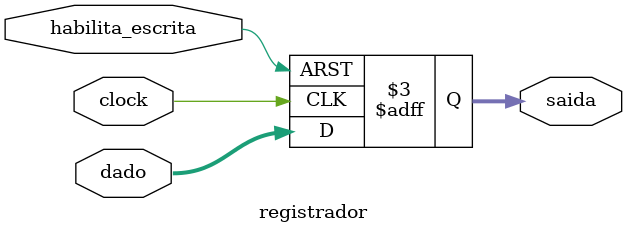
<source format=v>
module registrador (input [15:0] dado, 
                    input clock, habilita_escrita, 
                    output reg [15:0] saida);
                    
  always @(posedge clock, posedge habilita_escrita)
    begin
      if(habilita_escrita == 1) begin
          saida = 0;
      end
        else begin
          saida = dado;
        end
      end
      
    endmodule

</source>
